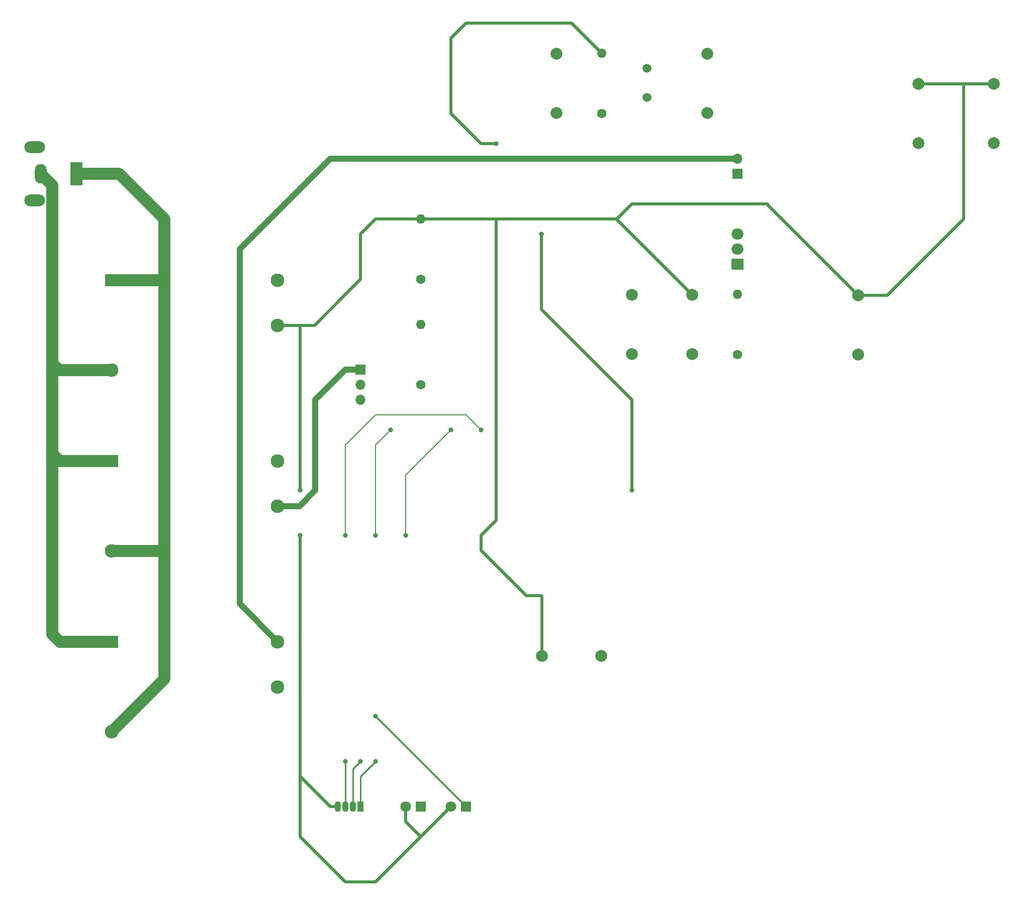
<source format=gbr>
%TF.GenerationSoftware,KiCad,Pcbnew,(6.0.7)*%
%TF.CreationDate,2022-11-30T23:51:13-03:00*%
%TF.ProjectId,ea075_project,65613037-355f-4707-926f-6a6563742e6b,rev?*%
%TF.SameCoordinates,Original*%
%TF.FileFunction,Copper,L2,Bot*%
%TF.FilePolarity,Positive*%
%FSLAX46Y46*%
G04 Gerber Fmt 4.6, Leading zero omitted, Abs format (unit mm)*
G04 Created by KiCad (PCBNEW (6.0.7)) date 2022-11-30 23:51:13*
%MOMM*%
%LPD*%
G01*
G04 APERTURE LIST*
%TA.AperFunction,ComponentPad*%
%ADD10C,2.000000*%
%TD*%
%TA.AperFunction,ComponentPad*%
%ADD11O,3.500000X2.000000*%
%TD*%
%TA.AperFunction,ComponentPad*%
%ADD12O,2.000000X3.300000*%
%TD*%
%TA.AperFunction,ComponentPad*%
%ADD13R,2.000000X4.000000*%
%TD*%
%TA.AperFunction,ComponentPad*%
%ADD14O,1.700000X1.700000*%
%TD*%
%TA.AperFunction,ComponentPad*%
%ADD15R,1.700000X1.700000*%
%TD*%
%TA.AperFunction,ComponentPad*%
%ADD16C,2.300000*%
%TD*%
%TA.AperFunction,ComponentPad*%
%ADD17R,2.300000X2.000000*%
%TD*%
%TA.AperFunction,ComponentPad*%
%ADD18C,1.500000*%
%TD*%
%TA.AperFunction,ComponentPad*%
%ADD19R,1.800000X1.800000*%
%TD*%
%TA.AperFunction,ComponentPad*%
%ADD20C,1.800000*%
%TD*%
%TA.AperFunction,ComponentPad*%
%ADD21R,1.070000X1.800000*%
%TD*%
%TA.AperFunction,ComponentPad*%
%ADD22O,1.070000X1.800000*%
%TD*%
%TA.AperFunction,ComponentPad*%
%ADD23R,2.000000X1.905000*%
%TD*%
%TA.AperFunction,ComponentPad*%
%ADD24O,2.000000X1.905000*%
%TD*%
%TA.AperFunction,ComponentPad*%
%ADD25C,1.600000*%
%TD*%
%TA.AperFunction,ComponentPad*%
%ADD26O,1.600000X1.600000*%
%TD*%
%TA.AperFunction,ViaPad*%
%ADD27C,0.800000*%
%TD*%
%TA.AperFunction,Conductor*%
%ADD28C,0.500000*%
%TD*%
%TA.AperFunction,Conductor*%
%ADD29C,0.250000*%
%TD*%
%TA.AperFunction,Conductor*%
%ADD30C,0.200000*%
%TD*%
%TA.AperFunction,Conductor*%
%ADD31C,1.000000*%
%TD*%
%TA.AperFunction,Conductor*%
%ADD32C,2.000000*%
%TD*%
G04 APERTURE END LIST*
D10*
%TO.P,C_vss1,1*%
%TO.N,Net-(C_vss1-Pad1)*%
X172720000Y-86200000D03*
%TO.P,C_vss1,2*%
%TO.N,/supply_3V*%
X172720000Y-76200000D03*
%TD*%
%TO.P,C_vcap1,1*%
%TO.N,GND*%
X162560000Y-76200000D03*
%TO.P,C_vcap1,2*%
%TO.N,Net-(C_vcap1-Pad2)*%
X162560000Y-86200000D03*
%TD*%
%TO.P,c_svdd2,1*%
%TO.N,/supply_3V*%
X223520000Y-40640000D03*
%TO.P,c_svdd2,2*%
%TO.N,GND*%
X223520000Y-50640000D03*
%TD*%
%TO.P,c_svdd1,1*%
%TO.N,GND*%
X210820000Y-50640000D03*
%TO.P,c_svdd1,2*%
%TO.N,/supply_3V*%
X210820000Y-40640000D03*
%TD*%
%TO.P,C_osc2,2*%
%TO.N,GND*%
X149860000Y-45560000D03*
%TO.P,C_osc2,1*%
%TO.N,Net-(C_osc2-Pad1)*%
X149860000Y-35560000D03*
%TD*%
%TO.P,C_osc1,2*%
%TO.N,Net-(C_osc1-Pad2)*%
X175260000Y-35560000D03*
%TO.P,C_osc1,1*%
%TO.N,GND*%
X175260000Y-45560000D03*
%TD*%
%TO.P,C_avss1,2*%
%TO.N,/supply_3V*%
X200660000Y-76280000D03*
%TO.P,C_avss1,1*%
%TO.N,Net-(C_avss1-Pad1)*%
X200660000Y-86280000D03*
%TD*%
%TO.P,C1,1*%
%TO.N,GND*%
X157400000Y-137080000D03*
%TO.P,C1,2*%
%TO.N,/supply_3V*%
X147400000Y-137080000D03*
%TD*%
D11*
%TO.P,J-AC1,MP*%
%TO.N,N/C*%
X62000000Y-60300000D03*
X62000000Y-51300000D03*
D12*
%TO.P,J-AC1,2,Pin_2*%
%TO.N,/AC-N*%
X63000000Y-55800000D03*
D13*
%TO.P,J-AC1,1,Pin_1*%
%TO.N,/AC-L*%
X69000000Y-55800000D03*
%TD*%
D14*
%TO.P,J_PUMP1,2,Pin_2*%
%TO.N,Net-(PS_12V1-Pad3)*%
X180340000Y-53260000D03*
D15*
%TO.P,J_PUMP1,1,Pin_1*%
%TO.N,Net-(Q1-Pad3)*%
X180340000Y-55800000D03*
%TD*%
D14*
%TO.P,J_HSENS1,3,Pin_3*%
%TO.N,Net-(J_HSENS1-Pad3)*%
X116840000Y-93900000D03*
%TO.P,J_HSENS1,2,Pin_2*%
%TO.N,GND*%
X116840000Y-91360000D03*
D15*
%TO.P,J_HSENS1,1,Pin_1*%
%TO.N,/supply_5V*%
X116840000Y-88820000D03*
%TD*%
D16*
%TO.P,PS_12V1,4,-Vout*%
%TO.N,GND*%
X102900000Y-142277500D03*
%TO.P,PS_12V1,3,+Vout*%
%TO.N,Net-(PS_12V1-Pad3)*%
X102900000Y-134677500D03*
%TO.P,PS_12V1,2,AC/N*%
%TO.N,/AC-L*%
X74900000Y-149877500D03*
D17*
%TO.P,PS_12V1,1,AC/L*%
%TO.N,/AC-N*%
X74900000Y-134677500D03*
%TD*%
D16*
%TO.P,PS_5V1,4,+Vo*%
%TO.N,/supply_5V*%
X102900000Y-111797500D03*
%TO.P,PS_5V1,3,-Vo*%
%TO.N,GND*%
X102900000Y-104197500D03*
%TO.P,PS_5V1,2,AC/L*%
%TO.N,/AC-L*%
X74900000Y-119397500D03*
D17*
%TO.P,PS_5V1,1,AC/N*%
%TO.N,/AC-N*%
X74900000Y-104197500D03*
%TD*%
D16*
%TO.P,PS_3V1,4,+Vo*%
%TO.N,/supply_3V*%
X102900000Y-81317500D03*
%TO.P,PS_3V1,3,-Vo*%
%TO.N,GND*%
X102900000Y-73717500D03*
%TO.P,PS_3V1,2,AC/N*%
%TO.N,/AC-N*%
X74900000Y-88917500D03*
D17*
%TO.P,PS_3V1,1,AC/L*%
%TO.N,/AC-L*%
X74900000Y-73717500D03*
%TD*%
D18*
%TO.P,Y1,2,2*%
%TO.N,Net-(R_osc1-Pad1)*%
X165100000Y-42920000D03*
%TO.P,Y1,1,1*%
%TO.N,Net-(C_osc1-Pad2)*%
X165100000Y-38020000D03*
%TD*%
D19*
%TO.P,D_UV1,1,K*%
%TO.N,Net-(D_UV1-Pad1)*%
X127000000Y-162480000D03*
D20*
%TO.P,D_UV1,2,A*%
%TO.N,/supply_3V*%
X124460000Y-162480000D03*
%TD*%
D19*
%TO.P,D_IR1,1,K*%
%TO.N,Net-(D_IR1-Pad1)*%
X134620000Y-162480000D03*
D20*
%TO.P,D_IR1,2,A*%
%TO.N,/supply_3V*%
X132080000Y-162480000D03*
%TD*%
D21*
%TO.P,D_RGB1,1,BK*%
%TO.N,Net-(D_RGB1-Pad1)*%
X116840000Y-162480000D03*
D22*
%TO.P,D_RGB1,2,GK*%
%TO.N,Net-(D_RGB1-Pad2)*%
X115570000Y-162480000D03*
%TO.P,D_RGB1,3,RK*%
%TO.N,Net-(D_RGB1-Pad3)*%
X114300000Y-162480000D03*
%TO.P,D_RGB1,4,A*%
%TO.N,/supply_3V*%
X113030000Y-162480000D03*
%TD*%
D23*
%TO.P,Q1,1,B*%
%TO.N,Net-(R_q1-Pad2)*%
X180340000Y-71040000D03*
D24*
%TO.P,Q1,2,E*%
%TO.N,GND*%
X180340000Y-68500000D03*
%TO.P,Q1,3,C*%
%TO.N,Net-(Q1-Pad3)*%
X180340000Y-65960000D03*
%TD*%
D25*
%TO.P,R_q1,1*%
%TO.N,Net-(R_q1-Pad1)*%
X180340000Y-86280000D03*
D26*
%TO.P,R_q1,2*%
%TO.N,Net-(R_q1-Pad2)*%
X180340000Y-76120000D03*
%TD*%
%TO.P,R_osc1,2*%
%TO.N,Net-(C_osc2-Pad1)*%
X157480000Y-35480000D03*
D25*
%TO.P,R_osc1,1*%
%TO.N,Net-(R_osc1-Pad1)*%
X157480000Y-45640000D03*
%TD*%
D26*
%TO.P,R2,2*%
%TO.N,/supply_3V*%
X127000000Y-63420000D03*
D25*
%TO.P,R2,1*%
%TO.N,GND*%
X127000000Y-73580000D03*
%TD*%
D26*
%TO.P,R1,2*%
%TO.N,GND*%
X127000000Y-81200000D03*
D25*
%TO.P,R1,1*%
%TO.N,Net-(R1-Pad1)*%
X127000000Y-91360000D03*
%TD*%
D27*
%TO.N,Net-(C_osc2-Pad1)*%
X147320000Y-65960000D03*
X139700000Y-50720000D03*
X162560000Y-109140000D03*
%TO.N,/supply_3V*%
X106680000Y-116760000D03*
X106680000Y-109140000D03*
%TO.N,Net-(D_IR1-Pad1)*%
X119380000Y-147240000D03*
%TO.N,Net-(D_RGB1-Pad3)*%
X114300000Y-154860000D03*
%TO.N,Net-(D_RGB1-Pad2)*%
X116840000Y-154860000D03*
%TO.N,Net-(D_RGB1-Pad1)*%
X119380000Y-154860000D03*
%TO.N,/led_pwm_clk*%
X119380000Y-116760000D03*
%TO.N,/led_pwm_SDI*%
X124460000Y-116760000D03*
%TO.N,/led_pwm_LE*%
X114300000Y-116760000D03*
X137160000Y-98980000D03*
%TO.N,/led_pwm_SDI*%
X132080000Y-98980000D03*
%TO.N,/led_pwm_clk*%
X121920000Y-98980000D03*
%TD*%
D28*
%TO.N,Net-(C_osc2-Pad1)*%
X162560000Y-93900000D02*
X162560000Y-109140000D01*
X147320000Y-78660000D02*
X162560000Y-93900000D01*
X147320000Y-65960000D02*
X147320000Y-78660000D01*
X132080000Y-32940000D02*
X132080000Y-45640000D01*
X132080000Y-45640000D02*
X137160000Y-50720000D01*
X134620000Y-30400000D02*
X132080000Y-32940000D01*
X137160000Y-50720000D02*
X139700000Y-50720000D01*
X152400000Y-30400000D02*
X134620000Y-30400000D01*
X157480000Y-35480000D02*
X152400000Y-30400000D01*
%TO.N,/supply_3V*%
X147400000Y-127000000D02*
X147400000Y-137080000D01*
X147320000Y-126920000D02*
X147400000Y-127000000D01*
X144780000Y-126920000D02*
X147320000Y-126920000D01*
X137160000Y-119300000D02*
X144780000Y-126920000D01*
X137160000Y-116760000D02*
X137160000Y-119300000D01*
X127000000Y-167560000D02*
X124460000Y-165020000D01*
X127000000Y-167560000D02*
X132080000Y-162480000D01*
X124460000Y-165020000D02*
X124460000Y-162480000D01*
X119380000Y-175180000D02*
X127000000Y-167560000D01*
X114300000Y-175180000D02*
X119380000Y-175180000D01*
X106680000Y-167560000D02*
X114300000Y-175180000D01*
X106680000Y-157400000D02*
X106680000Y-167560000D01*
X111760000Y-162480000D02*
X113030000Y-162480000D01*
X106680000Y-157400000D02*
X111760000Y-162480000D01*
X106680000Y-116760000D02*
X106680000Y-157400000D01*
X106680000Y-81435000D02*
X106680000Y-109140000D01*
X106797500Y-81317500D02*
X106680000Y-81435000D01*
X106797500Y-81317500D02*
X109102500Y-81317500D01*
X102900000Y-81317500D02*
X106797500Y-81317500D01*
D29*
%TO.N,Net-(D_IR1-Pad1)*%
X119380000Y-147240000D02*
X134620000Y-162480000D01*
%TO.N,Net-(D_RGB1-Pad3)*%
X114300000Y-154860000D02*
X114300000Y-162480000D01*
%TO.N,Net-(D_RGB1-Pad2)*%
X115570000Y-156130000D02*
X115570000Y-162480000D01*
X116840000Y-154860000D02*
X115570000Y-156130000D01*
%TO.N,Net-(D_RGB1-Pad1)*%
X116840000Y-157400000D02*
X116840000Y-162480000D01*
X119380000Y-154860000D02*
X116840000Y-157400000D01*
D30*
%TO.N,/led_pwm_LE*%
X119380000Y-96440000D02*
X114300000Y-101520000D01*
X134620000Y-96440000D02*
X119380000Y-96440000D01*
X114300000Y-101520000D02*
X114300000Y-116760000D01*
X137160000Y-98980000D02*
X134620000Y-96440000D01*
D28*
%TO.N,/supply_3V*%
X139700000Y-114220000D02*
X137160000Y-116760000D01*
X139700000Y-63420000D02*
X139700000Y-114220000D01*
X127000000Y-63420000D02*
X139700000Y-63420000D01*
X139700000Y-63420000D02*
X159940000Y-63420000D01*
D30*
%TO.N,/led_pwm_SDI*%
X124460000Y-106600000D02*
X124460000Y-116760000D01*
X132080000Y-98980000D02*
X124460000Y-106600000D01*
%TO.N,/led_pwm_clk*%
X119380000Y-101520000D02*
X119380000Y-116760000D01*
X121920000Y-98980000D02*
X119380000Y-101520000D01*
D31*
%TO.N,/supply_5V*%
X106562500Y-111797500D02*
X109220000Y-109140000D01*
X109220000Y-109140000D02*
X109220000Y-93900000D01*
X102900000Y-111797500D02*
X106562500Y-111797500D01*
X109220000Y-93900000D02*
X114300000Y-88820000D01*
X114300000Y-88820000D02*
X116840000Y-88820000D01*
%TO.N,Net-(PS_12V1-Pad3)*%
X111760000Y-53260000D02*
X180340000Y-53260000D01*
X96520000Y-68500000D02*
X111760000Y-53260000D01*
X96520000Y-128297500D02*
X96520000Y-68500000D01*
X102900000Y-134677500D02*
X96520000Y-128297500D01*
D28*
%TO.N,/supply_3V*%
X218360000Y-40640000D02*
X210820000Y-40640000D01*
X218440000Y-40560000D02*
X218360000Y-40640000D01*
X218440000Y-63420000D02*
X218440000Y-40560000D01*
X205580000Y-76280000D02*
X218440000Y-63420000D01*
X218440000Y-40560000D02*
X218520000Y-40640000D01*
X218520000Y-40640000D02*
X223520000Y-40640000D01*
X200660000Y-76280000D02*
X205580000Y-76280000D01*
X162560000Y-60880000D02*
X160020000Y-63420000D01*
X185420000Y-60880000D02*
X162560000Y-60880000D01*
X185420000Y-61040000D02*
X185420000Y-60880000D01*
X200660000Y-76280000D02*
X185420000Y-61040000D01*
X119380000Y-63420000D02*
X127000000Y-63420000D01*
X116840000Y-65960000D02*
X119380000Y-63420000D01*
X114300000Y-76120000D02*
X116840000Y-73580000D01*
X109102500Y-81317500D02*
X114300000Y-76120000D01*
X116840000Y-73580000D02*
X116840000Y-65960000D01*
X159940000Y-63420000D02*
X172720000Y-76200000D01*
D32*
%TO.N,/AC-L*%
X83682500Y-73717500D02*
X74900000Y-73717500D01*
X83820000Y-73580000D02*
X83682500Y-73717500D01*
X83820000Y-73580000D02*
X83820000Y-119300000D01*
X83820000Y-63420000D02*
X83820000Y-73580000D01*
X83820000Y-119300000D02*
X83722500Y-119397500D01*
X83820000Y-119300000D02*
X83820000Y-140957500D01*
X83722500Y-119397500D02*
X74900000Y-119397500D01*
X83820000Y-140957500D02*
X74900000Y-149877500D01*
X76200000Y-55800000D02*
X83820000Y-63420000D01*
X69000000Y-55800000D02*
X76200000Y-55800000D01*
%TO.N,/AC-N*%
X66137500Y-88917500D02*
X64950000Y-87730000D01*
X74900000Y-88917500D02*
X66137500Y-88917500D01*
X64950000Y-57750000D02*
X64950000Y-87730000D01*
X64950000Y-87730000D02*
X64950000Y-102970000D01*
X66177500Y-104197500D02*
X64950000Y-102970000D01*
X74900000Y-104197500D02*
X66177500Y-104197500D01*
X64950000Y-102970000D02*
X64950000Y-133450000D01*
X64950000Y-133450000D02*
X66177500Y-134677500D01*
X63000000Y-55800000D02*
X64950000Y-57750000D01*
X66177500Y-134677500D02*
X74900000Y-134677500D01*
%TD*%
M02*

</source>
